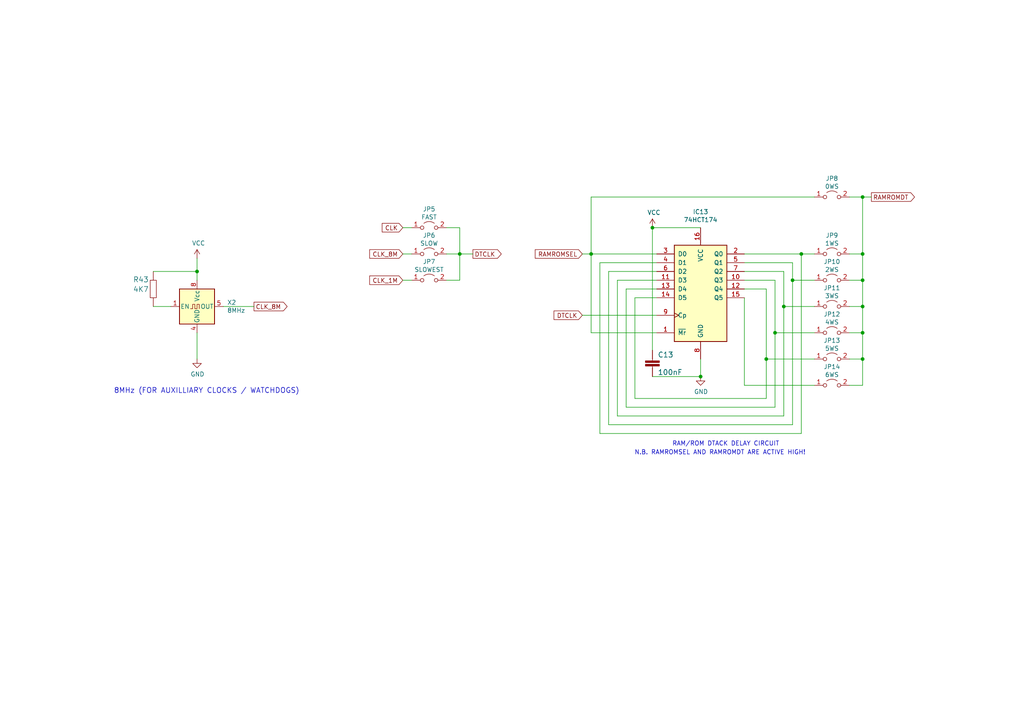
<source format=kicad_sch>
(kicad_sch (version 20211123) (generator eeschema)
  (paper "A4")
  (title_block (title "rosco_m68k Pro (030) Prototype") (date "2023-11-11") (rev "p5") (company "The Really Old-School Company Limited") (comment 1 "Copyright ©2021-2023 The Really Old-School Company Limited") (comment 2 "Open Source Hardware (CERN OHL)") (comment 3 "Prototype Hardware! Not suitable for general use!"))
  (lib_symbols
    (symbol "74xx:74LS174" (pin_names (offset 1.016))
      (property "Reference" "U" (at -7.62 13.97 0))
      (property "Value" "74LS174" (at -7.62 -16.51 0))
      (symbol "74LS174_1_0"
        (pin input line (at -12.7 -12.7 0) (length 5.08) (name "~{Mr}") (number "1"))
        (pin output line (at 12.7 2.54 180) (length 5.08) (name "Q3") (number "10"))
        (pin input line (at -12.7 2.54 0) (length 5.08) (name "D3") (number "11"))
        (pin output line (at 12.7 0 180) (length 5.08) (name "Q4") (number "12"))
        (pin input line (at -12.7 0 0) (length 5.08) (name "D4") (number "13"))
        (pin input line (at -12.7 -2.54 0) (length 5.08) (name "D5") (number "14"))
        (pin output line (at 12.7 -2.54 180) (length 5.08) (name "Q5") (number "15"))
        (pin power_in line (at 0 17.78 270) (length 5.08) (name "VCC") (number "16"))
        (pin output line (at 12.7 10.16 180) (length 5.08) (name "Q0") (number "2"))
        (pin input line (at -12.7 10.16 0) (length 5.08) (name "D0") (number "3"))
        (pin input line (at -12.7 7.62 0) (length 5.08) (name "D1") (number "4"))
        (pin output line (at 12.7 7.62 180) (length 5.08) (name "Q1") (number "5"))
        (pin input line (at -12.7 5.08 0) (length 5.08) (name "D2") (number "6"))
        (pin output line (at 12.7 5.08 180) (length 5.08) (name "Q2") (number "7"))
        (pin power_in line (at 0 -20.32 90) (length 5.08) (name "GND") (number "8"))
        (pin input clock (at -12.7 -7.62 0) (length 5.08) (name "Cp") (number "9"))
      )
      (symbol "74LS174_1_1"
        (rectangle (start -7.62 12.7) (end 7.62 -15.24) (stroke (width 0.254)) (fill (type background)))
      )
    )
    (symbol "Jumper:Jumper_2_Open" (pin_names (offset 0) hide)
      (property "Reference" "JP" (at 0 2.794 0))
      (property "Value" "Jumper_2_Open" (at 0 -2.286 0))
      (symbol "Jumper_2_Open_0_0"
        (circle (center -2.032 0) (radius 0.508))
        (circle (center 2.032 0) (radius 0.508))
      )
      (symbol "Jumper_2_Open_0_1"
        (arc (start 1.524 1.27) (mid 0 1.778) (end -1.524 1.27))
      )
      (symbol "Jumper_2_Open_1_1"
        (pin passive line (at -5.08 0 0) (length 2.54) (name "A") (number "1"))
        (pin passive line (at 5.08 0 180) (length 2.54) (name "B") (number "2"))
      )
    )
    (symbol "Oscillator:CXO_DIP8" (pin_names (offset 0.254))
      (property "Reference" "X" (at -5.08 6.35 0))
      (property "Value" "CXO_DIP8" (at 1.27 -6.35 0))
      (symbol "CXO_DIP8_0_1"
        (rectangle (start -5.08 5.08) (end 5.08 -5.08) (stroke (width 0.254)) (fill (type background)))
        (polyline (pts (xy -1.905 -0.635) (xy -1.27 -0.635) (xy -1.27 0.635) (xy -0.635 0.635) (xy -0.635 -0.635) (xy 0 -0.635) (xy 0 0.635) (xy 0.635 0.635) (xy 0.635 -0.635)))
      )
      (symbol "CXO_DIP8_1_1"
        (pin input line (at -7.62 0 0) (length 2.54) (name "EN") (number "1"))
        (pin power_in line (at 0 -7.62 90) (length 2.54) (name "GND") (number "4"))
        (pin output line (at 7.62 0 180) (length 2.54) (name "OUT") (number "5"))
        (pin power_in line (at 0 7.62 270) (length 2.54) (name "Vcc") (number "8"))
      )
    )
    (symbol "power:GND" (power) (pin_names (offset 0))
      (property "Value" "GND" (at 0 -3.81 0))
      (symbol "GND_0_1"
        (polyline (pts (xy 0 0) (xy 0 -1.27) (xy 1.27 -1.27) (xy 0 -2.54) (xy -1.27 -1.27) (xy 0 -1.27)))
      )
      (symbol "GND_1_1"
        (pin power_in line (at 0 0 270) (length 0) hide (name "GND") (number "1"))
      )
    )
    (symbol "power:VCC" (power) (pin_names (offset 0))
      (property "Value" "VCC" (at 0 3.81 0))
      (symbol "VCC_0_1"
        (polyline (pts (xy -0.762 1.27) (xy 0 2.54)))
        (polyline (pts (xy 0 0) (xy 0 2.54)))
        (polyline (pts (xy 0 2.54) (xy 0.762 1.27)))
      )
      (symbol "VCC_1_1"
        (pin power_in line (at 0 0 90) (length 0) hide (name "VCC") (number "1"))
      )
    )
    (symbol "rosco_m68k-eagle-import:C2,5-3" (pin_names (offset 1.016))
      (property "Reference" "C" (at 1.524 0.381 0))
      (property "Value" "C2,5-3" (at 1.524 -4.699 0))
      (symbol "C2,5-3_1_0"
        (rectangle (start -2.032 -2.032) (end 2.032 -1.524) (fill (type outline)))
        (rectangle (start -2.032 -1.016) (end 2.032 -0.508) (fill (type outline)))
        (polyline (pts (xy 0 -2.54) (xy 0 -2.032)))
        (polyline (pts (xy 0 0) (xy 0 -0.508)))
        (pin passive line (at 0 2.54 270) (length 2.54) (name "1") (number "1"))
        (pin passive line (at 0 -5.08 90) (length 2.54) (name "2") (number "2"))
      )
    )
    (symbol "rosco_m68k-eagle-import:R-EU_0207_10" (pin_names (offset 1.016))
      (property "Reference" "R" (at -3.81 1.4986 0))
      (property "Value" "R-EU_0207_10" (at -3.81 -3.302 0))
      (symbol "R-EU_0207_10_1_0"
        (polyline (pts (xy -2.54 -0.889) (xy -2.54 0.889)))
        (polyline (pts (xy -2.54 -0.889) (xy 2.54 -0.889)))
        (polyline (pts (xy 2.54 -0.889) (xy 2.54 0.889)))
        (polyline (pts (xy 2.54 0.889) (xy -2.54 0.889)))
        (pin passive line (at -5.08 0 0) (length 2.54) (name "1") (number "1"))
        (pin passive line (at 5.08 0 180) (length 2.54) (name "2") (number "2"))
      )
    )
  )
  (junction (at 250.19 81.28))
  (junction (at 250.19 88.9))
  (junction (at 232.41 73.66))
  (junction (at 224.79 96.52))
  (junction (at 250.19 104.14))
  (junction (at 250.19 96.52))
  (junction (at 171.45 73.66))
  (junction (at 250.19 57.15))
  (junction (at 227.33 88.9))
  (junction (at 203.2 109.22))
  (junction (at 57.15 78.74))
  (junction (at 189.23 66.04))
  (junction (at 229.87 81.28))
  (junction (at 222.25 104.14))
  (junction (at 133.35 73.66))
  (junction (at 250.19 73.66))
  (wire (pts (xy 224.79 96.52) (xy 236.22 96.52)))
  (wire (pts (xy 133.35 73.66) (xy 137.16 73.66)))
  (wire (pts (xy 215.9 81.28) (xy 224.79 81.28)))
  (wire (pts (xy 116.84 73.66) (xy 119.38 73.66)))
  (wire (pts (xy 176.53 78.74) (xy 190.5 78.74)))
  (wire (pts (xy 222.25 104.14) (xy 236.22 104.14)))
  (wire (pts (xy 229.87 76.2) (xy 229.87 81.28)))
  (wire (pts (xy 227.33 88.9) (xy 236.22 88.9)))
  (wire (pts (xy 133.35 66.04) (xy 133.35 73.66)))
  (wire (pts (xy 229.87 81.28) (xy 229.87 123.19)))
  (wire (pts (xy 215.9 76.2) (xy 229.87 76.2)))
  (wire (pts (xy 227.33 78.74) (xy 227.33 88.9)))
  (wire (pts (xy 246.38 57.15) (xy 250.19 57.15)))
  (wire (pts (xy 250.19 104.14) (xy 250.19 111.76)))
  (wire (pts (xy 224.79 81.28) (xy 224.79 96.52)))
  (wire (pts (xy 224.79 96.52) (xy 224.79 118.11)))
  (wire (pts (xy 57.15 96.52) (xy 57.15 104.14)))
  (wire (pts (xy 227.33 120.65) (xy 179.07 120.65)))
  (wire (pts (xy 129.54 81.28) (xy 133.35 81.28)))
  (wire (pts (xy 189.23 109.22) (xy 203.2 109.22)))
  (wire (pts (xy 250.19 81.28) (xy 250.19 88.9)))
  (wire (pts (xy 203.2 66.04) (xy 189.23 66.04)))
  (wire (pts (xy 222.25 83.82) (xy 222.25 104.14)))
  (wire (pts (xy 250.19 57.15) (xy 250.19 73.66)))
  (wire (pts (xy 49.53 88.9) (xy 44.45 88.9)))
  (wire (pts (xy 215.9 83.82) (xy 222.25 83.82)))
  (wire (pts (xy 179.07 81.28) (xy 179.07 120.65)))
  (wire (pts (xy 250.19 57.15) (xy 252.73 57.15)))
  (wire (pts (xy 57.15 74.93) (xy 57.15 78.74)))
  (wire (pts (xy 184.15 86.36) (xy 190.5 86.36)))
  (wire (pts (xy 189.23 66.04) (xy 189.23 101.6)))
  (wire (pts (xy 168.91 91.44) (xy 190.5 91.44)))
  (wire (pts (xy 173.99 76.2) (xy 173.99 125.73)))
  (wire (pts (xy 171.45 73.66) (xy 171.45 96.52)))
  (wire (pts (xy 176.53 78.74) (xy 176.53 123.19)))
  (wire (pts (xy 133.35 81.28) (xy 133.35 73.66)))
  (wire (pts (xy 246.38 96.52) (xy 250.19 96.52)))
  (wire (pts (xy 246.38 73.66) (xy 250.19 73.66)))
  (wire (pts (xy 116.84 66.04) (xy 119.38 66.04)))
  (wire (pts (xy 173.99 76.2) (xy 190.5 76.2)))
  (wire (pts (xy 246.38 88.9) (xy 250.19 88.9)))
  (wire (pts (xy 171.45 73.66) (xy 190.5 73.66)))
  (wire (pts (xy 171.45 73.66) (xy 171.45 57.15)))
  (wire (pts (xy 203.2 109.22) (xy 203.2 104.14)))
  (wire (pts (xy 232.41 125.73) (xy 173.99 125.73)))
  (wire (pts (xy 227.33 88.9) (xy 227.33 120.65)))
  (wire (pts (xy 215.9 73.66) (xy 232.41 73.66)))
  (wire (pts (xy 176.53 123.19) (xy 229.87 123.19)))
  (wire (pts (xy 246.38 104.14) (xy 250.19 104.14)))
  (wire (pts (xy 232.41 73.66) (xy 236.22 73.66)))
  (wire (pts (xy 116.84 81.28) (xy 119.38 81.28)))
  (wire (pts (xy 229.87 81.28) (xy 236.22 81.28)))
  (wire (pts (xy 215.9 78.74) (xy 227.33 78.74)))
  (wire (pts (xy 250.19 96.52) (xy 250.19 104.14)))
  (wire (pts (xy 215.9 86.36) (xy 215.9 111.76)))
  (wire (pts (xy 44.45 78.74) (xy 57.15 78.74)))
  (wire (pts (xy 222.25 104.14) (xy 222.25 115.57)))
  (wire (pts (xy 184.15 86.36) (xy 184.15 115.57)))
  (wire (pts (xy 129.54 66.04) (xy 133.35 66.04)))
  (wire (pts (xy 64.77 88.9) (xy 73.66 88.9)))
  (wire (pts (xy 232.41 73.66) (xy 232.41 125.73)))
  (wire (pts (xy 250.19 88.9) (xy 250.19 96.52)))
  (wire (pts (xy 181.61 118.11) (xy 224.79 118.11)))
  (wire (pts (xy 179.07 81.28) (xy 190.5 81.28)))
  (wire (pts (xy 222.25 115.57) (xy 184.15 115.57)))
  (wire (pts (xy 168.91 73.66) (xy 171.45 73.66)))
  (wire (pts (xy 171.45 96.52) (xy 190.5 96.52)))
  (wire (pts (xy 215.9 111.76) (xy 236.22 111.76)))
  (wire (pts (xy 250.19 73.66) (xy 250.19 81.28)))
  (wire (pts (xy 246.38 111.76) (xy 250.19 111.76)))
  (wire (pts (xy 171.45 57.15) (xy 236.22 57.15)))
  (wire (pts (xy 57.15 78.74) (xy 57.15 81.28)))
  (wire (pts (xy 246.38 81.28) (xy 250.19 81.28)))
  (wire (pts (xy 181.61 83.82) (xy 181.61 118.11)))
  (wire (pts (xy 129.54 73.66) (xy 133.35 73.66)))
  (wire (pts (xy 181.61 83.82) (xy 190.5 83.82)))
  (text "RAM/ROM DTACK DELAY CIRCUIT" (at 226.06 129.54 180) (effects (font (size 1.27 1.27)) (justify right bottom)))
  (text "N.B. RAMROMSEL AND RAMROMDT ARE ACTIVE HIGH!" (at 233.68 132.08 180) (effects (font (size 1.27 1.27)) (justify right bottom)))
  (text "8MHz (FOR AUXILLIARY CLOCKS / WATCHDOGS)" (at 33.02 114.3 0) (effects (font (size 1.4986 1.4986)) (justify left bottom)))
  (global_label "CLK_1M" (shape input) (at 116.84 81.28 180) (property "Intersheet References" "${INTERSHEET_REFS}" (effects hide)))
  (global_label "DTCLK" (shape output) (at 137.16 73.66 0) (property "Intersheet References" "${INTERSHEET_REFS}" (effects hide)))
  (global_label "CLK_8M" (shape output) (at 73.66 88.9 0) (property "Intersheet References" "${INTERSHEET_REFS}" (effects hide)))
  (global_label "CLK_8M" (shape input) (at 116.84 73.66 180) (property "Intersheet References" "${INTERSHEET_REFS}" (effects hide)))
  (global_label "RAMROMDT" (shape output) (at 252.73 57.15 0) (property "Intersheet References" "${INTERSHEET_REFS}" (effects hide)))
  (global_label "DTCLK" (shape input) (at 168.91 91.44 180) (property "Intersheet References" "${INTERSHEET_REFS}" (effects hide)))
  (global_label "RAMROMSEL" (shape input) (at 168.91 73.66 180) (property "Intersheet References" "${INTERSHEET_REFS}" (effects hide)))
  (global_label "CLK" (shape input) (at 116.84 66.04 180) (property "Intersheet References" "${INTERSHEET_REFS}" (effects hide)))
  (symbol (lib_id "Jumper:Jumper_2_Open") (at 124.46 66.04 0) (unit 1)
    (property "Reference" "JP5" (at 124.46 60.6552 0))
    (property "Value" "FAST" (at 124.46 62.9666 0))
    (property "Footprint" "Connector_PinHeader_2.54mm:PinHeader_1x02_P2.54mm_Vertical" (effects hide))
  )
  (symbol (lib_id "74xx:74LS174") (at 203.2 83.82 0) (unit 1)
    (property "Reference" "IC13" (at 203.2 61.4426 0))
    (property "Value" "74HCT174" (at 203.2 63.754 0))
    (property "Footprint" "Package_DIP:DIP-16_W7.62mm_Socket_LongPads" (effects hide))
    (property "Datasheet" "http://www.ti.com/lit/gpn/sn74LS174" (effects hide))
  )
  (symbol (lib_id "Jumper:Jumper_2_Open") (at 124.46 73.66 0) (unit 1)
    (property "Reference" "JP6" (at 124.46 68.2752 0))
    (property "Value" "SLOW" (at 124.46 70.5866 0))
    (property "Footprint" "Connector_PinHeader_2.54mm:PinHeader_1x02_P2.54mm_Vertical" (effects hide))
  )
  (symbol (lib_id "Jumper:Jumper_2_Open") (at 124.46 81.28 0) (unit 1)
    (property "Reference" "JP7" (at 124.46 75.8952 0))
    (property "Value" "SLOWEST" (at 124.46 78.2066 0))
    (property "Footprint" "Connector_PinHeader_2.54mm:PinHeader_1x02_P2.54mm_Vertical" (effects hide))
  )
  (symbol (lib_id "rosco_m68k-eagle-import:C2,5-3") (at 189.23 104.14 0) (unit 1)
    (property "Reference" "C13" (at 190.754 103.759 0) (effects (font (size 1.4986 1.4986)) (justify left bottom)))
    (property "Value" "100nF" (at 190.754 108.839 0) (effects (font (size 1.4986 1.4986)) (justify left bottom)))
    (property "Footprint" "Capacitor_THT:C_Rect_L4.0mm_W2.5mm_P2.50mm" (effects hide))
  )
  (symbol (lib_id "power:GND") (at 203.2 109.22 0) (unit 1)
    (property "Reference" "#PWR028" (effects hide))
    (property "Value" "GND" (at 203.327 113.6142 0))
  )
  (symbol (lib_id "power:VCC") (at 189.23 66.04 0) (unit 1)
    (property "Reference" "#PWR025" (effects hide))
    (property "Value" "VCC" (at 189.6618 61.6458 0))
  )
  (symbol (lib_id "Jumper:Jumper_2_Open") (at 241.3 57.15 0) (unit 1)
    (property "Reference" "JP8" (at 241.3 51.7652 0))
    (property "Value" "0WS" (at 241.3 54.0766 0))
    (property "Footprint" "Connector_PinHeader_2.54mm:PinHeader_1x02_P2.54mm_Vertical" (effects hide))
  )
  (symbol (lib_id "Jumper:Jumper_2_Open") (at 241.3 73.66 0) (unit 1)
    (property "Reference" "JP9" (at 241.3 68.2752 0))
    (property "Value" "1WS" (at 241.3 70.5866 0))
    (property "Footprint" "Connector_PinHeader_2.54mm:PinHeader_1x02_P2.54mm_Vertical" (effects hide))
  )
  (symbol (lib_id "Jumper:Jumper_2_Open") (at 241.3 81.28 0) (unit 1)
    (property "Reference" "JP10" (at 241.3 75.8952 0))
    (property "Value" "2WS" (at 241.3 78.2066 0))
    (property "Footprint" "Connector_PinHeader_2.54mm:PinHeader_1x02_P2.54mm_Vertical" (effects hide))
  )
  (symbol (lib_id "Jumper:Jumper_2_Open") (at 241.3 88.9 0) (unit 1)
    (property "Reference" "JP11" (at 241.3 83.5152 0))
    (property "Value" "3WS" (at 241.3 85.8266 0))
    (property "Footprint" "Connector_PinHeader_2.54mm:PinHeader_1x02_P2.54mm_Vertical" (effects hide))
  )
  (symbol (lib_id "Jumper:Jumper_2_Open") (at 241.3 96.52 0) (unit 1)
    (property "Reference" "JP12" (at 241.3 91.1352 0))
    (property "Value" "4WS" (at 241.3 93.4466 0))
    (property "Footprint" "Connector_PinHeader_2.54mm:PinHeader_1x02_P2.54mm_Vertical" (effects hide))
  )
  (symbol (lib_id "Jumper:Jumper_2_Open") (at 241.3 104.14 0) (unit 1)
    (property "Reference" "JP13" (at 241.3 98.7552 0))
    (property "Value" "5WS" (at 241.3 101.0666 0))
    (property "Footprint" "Connector_PinHeader_2.54mm:PinHeader_1x02_P2.54mm_Vertical" (effects hide))
  )
  (symbol (lib_id "Jumper:Jumper_2_Open") (at 241.3 111.76 0) (unit 1)
    (property "Reference" "JP14" (at 241.3 106.3752 0))
    (property "Value" "6WS" (at 241.3 108.6866 0))
    (property "Footprint" "Connector_PinHeader_2.54mm:PinHeader_1x02_P2.54mm_Vertical" (effects hide))
  )
  (symbol (lib_id "Oscillator:CXO_DIP8") (at 57.15 88.9 0) (unit 1)
    (property "Reference" "X2" (at 65.8876 87.7316 0) (effects (justify left)))
    (property "Value" "8MHz" (at 65.8876 90.043 0) (effects (justify left)))
    (property "Footprint" "Oscillator:Oscillator_DIP-8" (effects hide))
    (property "Datasheet" "http://cdn-reichelt.de/documents/datenblatt/B400/OSZI.pdf" (effects hide))
  )
  (symbol (lib_id "power:VCC") (at 57.15 74.93 0) (unit 1)
    (property "Reference" "#PWR018" (effects hide))
    (property "Value" "VCC" (at 57.5818 70.5358 0))
  )
  (symbol (lib_id "power:GND") (at 57.15 104.14 0) (unit 1)
    (property "Reference" "#PWR019" (effects hide))
    (property "Value" "GND" (at 57.277 108.5342 0))
  )
  (symbol (lib_id "rosco_m68k-eagle-import:R-EU_0207_10") (at 44.45 83.82 90) (unit 1)
    (property "Reference" "R43" (at 43.18 80.2386 90) (effects (font (size 1.4986 1.4986)) (justify left bottom)))
    (property "Value" "4K7" (at 43.18 83.058 90) (effects (font (size 1.4986 1.4986)) (justify left bottom)))
    (property "Footprint" "rosco_m68k:R-0207_10" (effects hide))
  )
)
</source>
